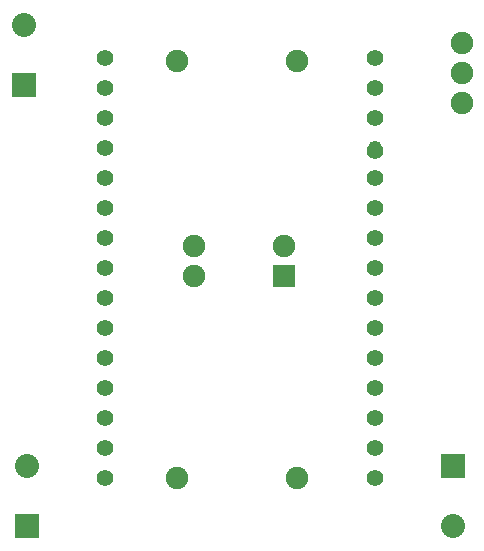
<source format=gtl>
G04 MADE WITH FRITZING*
G04 WWW.FRITZING.ORG*
G04 DOUBLE SIDED*
G04 HOLES PLATED*
G04 CONTOUR ON CENTER OF CONTOUR VECTOR*
%ASAXBY*%
%FSLAX23Y23*%
%MOIN*%
%OFA0B0*%
%SFA1.0B1.0*%
%ADD10C,0.066929*%
%ADD11C,0.055118*%
%ADD12C,0.047859*%
%ADD13C,0.075000*%
%ADD14C,0.080000*%
%ADD15R,0.075000X0.075000*%
%ADD16R,0.080000X0.080000*%
%LNCOPPER1*%
G90*
G70*
G54D10*
X360Y1947D03*
X1790Y277D03*
X1790Y477D03*
X370Y277D03*
X370Y477D03*
X360Y1747D03*
G54D11*
X630Y437D03*
X630Y537D03*
X630Y637D03*
X630Y737D03*
X630Y837D03*
X630Y937D03*
X630Y1037D03*
X630Y1137D03*
X630Y1237D03*
X630Y1337D03*
X630Y1437D03*
X630Y1537D03*
X630Y1637D03*
X630Y1737D03*
X630Y1837D03*
X1530Y437D03*
X1530Y537D03*
X1530Y637D03*
X1530Y737D03*
X1530Y837D03*
X1530Y937D03*
X1530Y1037D03*
X1530Y1137D03*
X1530Y1237D03*
X1530Y1337D03*
X1530Y1437D03*
X1530Y1527D03*
X1530Y1637D03*
X1530Y1737D03*
X1530Y1837D03*
G54D12*
X1530Y1635D03*
X633Y1835D03*
X633Y1735D03*
X633Y1635D03*
X633Y1535D03*
X633Y1435D03*
X1530Y1735D03*
X1530Y1835D03*
X1530Y1535D03*
X633Y1336D03*
X633Y1236D03*
X633Y1136D03*
X633Y1036D03*
X633Y936D03*
X633Y836D03*
X633Y737D03*
X633Y637D03*
X633Y537D03*
X633Y437D03*
X1530Y1136D03*
X1530Y1036D03*
X1530Y936D03*
X1530Y836D03*
X1530Y737D03*
X1530Y637D03*
X1530Y537D03*
X1530Y437D03*
X1530Y1435D03*
X1530Y1336D03*
X1530Y1236D03*
G54D13*
X870Y437D03*
X1270Y437D03*
X870Y1827D03*
X1270Y1827D03*
X1227Y1110D03*
X927Y1110D03*
X1227Y1210D03*
X927Y1210D03*
X1820Y1887D03*
X1820Y1787D03*
X1820Y1687D03*
G54D14*
X370Y277D03*
X370Y477D03*
X1790Y477D03*
X1790Y277D03*
X360Y1747D03*
X360Y1947D03*
G54D15*
X1227Y1110D03*
G54D16*
X370Y277D03*
X1790Y477D03*
X360Y1747D03*
G04 End of Copper1*
M02*
</source>
